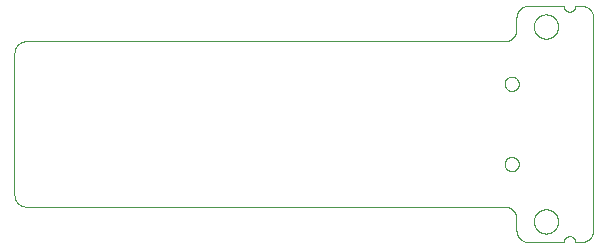
<source format=gbo>
G04 EAGLE Gerber RS-274X export*
G75*
%MOMM*%
%FSLAX34Y34*%
%LPD*%
%INSilk bottom*%
%IPPOS*%
%AMOC8*
5,1,8,0,0,1.08239X$1,22.5*%
G01*
%ADD10C,0.000000*%


D10*
X10000Y170000D02*
X415000Y170000D01*
X415242Y170003D01*
X415483Y170012D01*
X415724Y170026D01*
X415965Y170047D01*
X416205Y170073D01*
X416445Y170105D01*
X416684Y170143D01*
X416921Y170186D01*
X417158Y170236D01*
X417393Y170291D01*
X417627Y170351D01*
X417859Y170418D01*
X418090Y170489D01*
X418319Y170567D01*
X418546Y170650D01*
X418771Y170738D01*
X418994Y170832D01*
X419214Y170931D01*
X419432Y171036D01*
X419647Y171145D01*
X419860Y171260D01*
X420070Y171380D01*
X420276Y171505D01*
X420480Y171635D01*
X420681Y171770D01*
X420878Y171910D01*
X421072Y172054D01*
X421262Y172203D01*
X421448Y172357D01*
X421631Y172515D01*
X421810Y172677D01*
X421985Y172844D01*
X422156Y173015D01*
X422323Y173190D01*
X422485Y173369D01*
X422643Y173552D01*
X422797Y173738D01*
X422946Y173928D01*
X423090Y174122D01*
X423230Y174319D01*
X423365Y174520D01*
X423495Y174724D01*
X423620Y174930D01*
X423740Y175140D01*
X423855Y175353D01*
X423964Y175568D01*
X424069Y175786D01*
X424168Y176006D01*
X424262Y176229D01*
X424350Y176454D01*
X424433Y176681D01*
X424511Y176910D01*
X424582Y177141D01*
X424649Y177373D01*
X424709Y177607D01*
X424764Y177842D01*
X424814Y178079D01*
X424857Y178316D01*
X424895Y178555D01*
X424927Y178795D01*
X424953Y179035D01*
X424974Y179276D01*
X424988Y179517D01*
X424997Y179758D01*
X425000Y180000D01*
X425000Y190000D01*
X10000Y170000D02*
X9758Y169997D01*
X9517Y169988D01*
X9276Y169974D01*
X9035Y169953D01*
X8795Y169927D01*
X8555Y169895D01*
X8316Y169857D01*
X8079Y169814D01*
X7842Y169764D01*
X7607Y169709D01*
X7373Y169649D01*
X7141Y169582D01*
X6910Y169511D01*
X6681Y169433D01*
X6454Y169350D01*
X6229Y169262D01*
X6006Y169168D01*
X5786Y169069D01*
X5568Y168964D01*
X5353Y168855D01*
X5140Y168740D01*
X4930Y168620D01*
X4724Y168495D01*
X4520Y168365D01*
X4319Y168230D01*
X4122Y168090D01*
X3928Y167946D01*
X3738Y167797D01*
X3552Y167643D01*
X3369Y167485D01*
X3190Y167323D01*
X3015Y167156D01*
X2844Y166985D01*
X2677Y166810D01*
X2515Y166631D01*
X2357Y166448D01*
X2203Y166262D01*
X2054Y166072D01*
X1910Y165878D01*
X1770Y165681D01*
X1635Y165480D01*
X1505Y165276D01*
X1380Y165070D01*
X1260Y164860D01*
X1145Y164647D01*
X1036Y164432D01*
X931Y164214D01*
X832Y163994D01*
X738Y163771D01*
X650Y163546D01*
X567Y163319D01*
X489Y163090D01*
X418Y162859D01*
X351Y162627D01*
X291Y162393D01*
X236Y162158D01*
X186Y161921D01*
X143Y161684D01*
X105Y161445D01*
X73Y161205D01*
X47Y160965D01*
X26Y160724D01*
X12Y160483D01*
X3Y160242D01*
X0Y160000D01*
X0Y40000D01*
X3Y39758D01*
X12Y39517D01*
X26Y39276D01*
X47Y39035D01*
X73Y38795D01*
X105Y38555D01*
X143Y38316D01*
X186Y38079D01*
X236Y37842D01*
X291Y37607D01*
X351Y37373D01*
X418Y37141D01*
X489Y36910D01*
X567Y36681D01*
X650Y36454D01*
X738Y36229D01*
X832Y36006D01*
X931Y35786D01*
X1036Y35568D01*
X1145Y35353D01*
X1260Y35140D01*
X1380Y34930D01*
X1505Y34724D01*
X1635Y34520D01*
X1770Y34319D01*
X1910Y34122D01*
X2054Y33928D01*
X2203Y33738D01*
X2357Y33552D01*
X2515Y33369D01*
X2677Y33190D01*
X2844Y33015D01*
X3015Y32844D01*
X3190Y32677D01*
X3369Y32515D01*
X3552Y32357D01*
X3738Y32203D01*
X3928Y32054D01*
X4122Y31910D01*
X4319Y31770D01*
X4520Y31635D01*
X4724Y31505D01*
X4930Y31380D01*
X5140Y31260D01*
X5353Y31145D01*
X5568Y31036D01*
X5786Y30931D01*
X6006Y30832D01*
X6229Y30738D01*
X6454Y30650D01*
X6681Y30567D01*
X6910Y30489D01*
X7141Y30418D01*
X7373Y30351D01*
X7607Y30291D01*
X7842Y30236D01*
X8079Y30186D01*
X8316Y30143D01*
X8555Y30105D01*
X8795Y30073D01*
X9035Y30047D01*
X9276Y30026D01*
X9517Y30012D01*
X9758Y30003D01*
X10000Y30000D01*
X425000Y20000D02*
X425000Y10000D01*
X425000Y20000D02*
X424997Y20242D01*
X424988Y20483D01*
X424974Y20724D01*
X424953Y20965D01*
X424927Y21205D01*
X424895Y21445D01*
X424857Y21684D01*
X424814Y21921D01*
X424764Y22158D01*
X424709Y22393D01*
X424649Y22627D01*
X424582Y22859D01*
X424511Y23090D01*
X424433Y23319D01*
X424350Y23546D01*
X424262Y23771D01*
X424168Y23994D01*
X424069Y24214D01*
X423964Y24432D01*
X423855Y24647D01*
X423740Y24860D01*
X423620Y25070D01*
X423495Y25276D01*
X423365Y25480D01*
X423230Y25681D01*
X423090Y25878D01*
X422946Y26072D01*
X422797Y26262D01*
X422643Y26448D01*
X422485Y26631D01*
X422323Y26810D01*
X422156Y26985D01*
X421985Y27156D01*
X421810Y27323D01*
X421631Y27485D01*
X421448Y27643D01*
X421262Y27797D01*
X421072Y27946D01*
X420878Y28090D01*
X420681Y28230D01*
X420480Y28365D01*
X420276Y28495D01*
X420070Y28620D01*
X419860Y28740D01*
X419647Y28855D01*
X419432Y28964D01*
X419214Y29069D01*
X418994Y29168D01*
X418771Y29262D01*
X418546Y29350D01*
X418319Y29433D01*
X418090Y29511D01*
X417859Y29582D01*
X417627Y29649D01*
X417393Y29709D01*
X417158Y29764D01*
X416921Y29814D01*
X416684Y29857D01*
X416445Y29895D01*
X416205Y29927D01*
X415965Y29953D01*
X415724Y29974D01*
X415483Y29988D01*
X415242Y29997D01*
X415000Y30000D01*
X10000Y30000D01*
X415000Y134000D02*
X415002Y134154D01*
X415008Y134309D01*
X415018Y134463D01*
X415032Y134617D01*
X415050Y134770D01*
X415071Y134923D01*
X415097Y135076D01*
X415127Y135227D01*
X415160Y135378D01*
X415198Y135528D01*
X415239Y135677D01*
X415284Y135825D01*
X415333Y135971D01*
X415386Y136117D01*
X415442Y136260D01*
X415502Y136403D01*
X415566Y136543D01*
X415633Y136683D01*
X415704Y136820D01*
X415778Y136955D01*
X415856Y137089D01*
X415937Y137220D01*
X416022Y137349D01*
X416110Y137477D01*
X416201Y137601D01*
X416295Y137724D01*
X416393Y137844D01*
X416493Y137961D01*
X416597Y138076D01*
X416703Y138188D01*
X416812Y138297D01*
X416924Y138403D01*
X417039Y138507D01*
X417156Y138607D01*
X417276Y138705D01*
X417399Y138799D01*
X417523Y138890D01*
X417651Y138978D01*
X417780Y139063D01*
X417911Y139144D01*
X418045Y139222D01*
X418180Y139296D01*
X418317Y139367D01*
X418457Y139434D01*
X418597Y139498D01*
X418740Y139558D01*
X418883Y139614D01*
X419029Y139667D01*
X419175Y139716D01*
X419323Y139761D01*
X419472Y139802D01*
X419622Y139840D01*
X419773Y139873D01*
X419924Y139903D01*
X420077Y139929D01*
X420230Y139950D01*
X420383Y139968D01*
X420537Y139982D01*
X420691Y139992D01*
X420846Y139998D01*
X421000Y140000D01*
X421154Y139998D01*
X421309Y139992D01*
X421463Y139982D01*
X421617Y139968D01*
X421770Y139950D01*
X421923Y139929D01*
X422076Y139903D01*
X422227Y139873D01*
X422378Y139840D01*
X422528Y139802D01*
X422677Y139761D01*
X422825Y139716D01*
X422971Y139667D01*
X423117Y139614D01*
X423260Y139558D01*
X423403Y139498D01*
X423543Y139434D01*
X423683Y139367D01*
X423820Y139296D01*
X423955Y139222D01*
X424089Y139144D01*
X424220Y139063D01*
X424349Y138978D01*
X424477Y138890D01*
X424601Y138799D01*
X424724Y138705D01*
X424844Y138607D01*
X424961Y138507D01*
X425076Y138403D01*
X425188Y138297D01*
X425297Y138188D01*
X425403Y138076D01*
X425507Y137961D01*
X425607Y137844D01*
X425705Y137724D01*
X425799Y137601D01*
X425890Y137477D01*
X425978Y137349D01*
X426063Y137220D01*
X426144Y137089D01*
X426222Y136955D01*
X426296Y136820D01*
X426367Y136683D01*
X426434Y136543D01*
X426498Y136403D01*
X426558Y136260D01*
X426614Y136117D01*
X426667Y135971D01*
X426716Y135825D01*
X426761Y135677D01*
X426802Y135528D01*
X426840Y135378D01*
X426873Y135227D01*
X426903Y135076D01*
X426929Y134923D01*
X426950Y134770D01*
X426968Y134617D01*
X426982Y134463D01*
X426992Y134309D01*
X426998Y134154D01*
X427000Y134000D01*
X426998Y133846D01*
X426992Y133691D01*
X426982Y133537D01*
X426968Y133383D01*
X426950Y133230D01*
X426929Y133077D01*
X426903Y132924D01*
X426873Y132773D01*
X426840Y132622D01*
X426802Y132472D01*
X426761Y132323D01*
X426716Y132175D01*
X426667Y132029D01*
X426614Y131883D01*
X426558Y131740D01*
X426498Y131597D01*
X426434Y131457D01*
X426367Y131317D01*
X426296Y131180D01*
X426222Y131045D01*
X426144Y130911D01*
X426063Y130780D01*
X425978Y130651D01*
X425890Y130523D01*
X425799Y130399D01*
X425705Y130276D01*
X425607Y130156D01*
X425507Y130039D01*
X425403Y129924D01*
X425297Y129812D01*
X425188Y129703D01*
X425076Y129597D01*
X424961Y129493D01*
X424844Y129393D01*
X424724Y129295D01*
X424601Y129201D01*
X424477Y129110D01*
X424349Y129022D01*
X424220Y128937D01*
X424089Y128856D01*
X423955Y128778D01*
X423820Y128704D01*
X423683Y128633D01*
X423543Y128566D01*
X423403Y128502D01*
X423260Y128442D01*
X423117Y128386D01*
X422971Y128333D01*
X422825Y128284D01*
X422677Y128239D01*
X422528Y128198D01*
X422378Y128160D01*
X422227Y128127D01*
X422076Y128097D01*
X421923Y128071D01*
X421770Y128050D01*
X421617Y128032D01*
X421463Y128018D01*
X421309Y128008D01*
X421154Y128002D01*
X421000Y128000D01*
X420846Y128002D01*
X420691Y128008D01*
X420537Y128018D01*
X420383Y128032D01*
X420230Y128050D01*
X420077Y128071D01*
X419924Y128097D01*
X419773Y128127D01*
X419622Y128160D01*
X419472Y128198D01*
X419323Y128239D01*
X419175Y128284D01*
X419029Y128333D01*
X418883Y128386D01*
X418740Y128442D01*
X418597Y128502D01*
X418457Y128566D01*
X418317Y128633D01*
X418180Y128704D01*
X418045Y128778D01*
X417911Y128856D01*
X417780Y128937D01*
X417651Y129022D01*
X417523Y129110D01*
X417399Y129201D01*
X417276Y129295D01*
X417156Y129393D01*
X417039Y129493D01*
X416924Y129597D01*
X416812Y129703D01*
X416703Y129812D01*
X416597Y129924D01*
X416493Y130039D01*
X416393Y130156D01*
X416295Y130276D01*
X416201Y130399D01*
X416110Y130523D01*
X416022Y130651D01*
X415937Y130780D01*
X415856Y130911D01*
X415778Y131045D01*
X415704Y131180D01*
X415633Y131317D01*
X415566Y131457D01*
X415502Y131597D01*
X415442Y131740D01*
X415386Y131883D01*
X415333Y132029D01*
X415284Y132175D01*
X415239Y132323D01*
X415198Y132472D01*
X415160Y132622D01*
X415127Y132773D01*
X415097Y132924D01*
X415071Y133077D01*
X415050Y133230D01*
X415032Y133383D01*
X415018Y133537D01*
X415008Y133691D01*
X415002Y133846D01*
X415000Y134000D01*
X415000Y66000D02*
X415002Y66154D01*
X415008Y66309D01*
X415018Y66463D01*
X415032Y66617D01*
X415050Y66770D01*
X415071Y66923D01*
X415097Y67076D01*
X415127Y67227D01*
X415160Y67378D01*
X415198Y67528D01*
X415239Y67677D01*
X415284Y67825D01*
X415333Y67971D01*
X415386Y68117D01*
X415442Y68260D01*
X415502Y68403D01*
X415566Y68543D01*
X415633Y68683D01*
X415704Y68820D01*
X415778Y68955D01*
X415856Y69089D01*
X415937Y69220D01*
X416022Y69349D01*
X416110Y69477D01*
X416201Y69601D01*
X416295Y69724D01*
X416393Y69844D01*
X416493Y69961D01*
X416597Y70076D01*
X416703Y70188D01*
X416812Y70297D01*
X416924Y70403D01*
X417039Y70507D01*
X417156Y70607D01*
X417276Y70705D01*
X417399Y70799D01*
X417523Y70890D01*
X417651Y70978D01*
X417780Y71063D01*
X417911Y71144D01*
X418045Y71222D01*
X418180Y71296D01*
X418317Y71367D01*
X418457Y71434D01*
X418597Y71498D01*
X418740Y71558D01*
X418883Y71614D01*
X419029Y71667D01*
X419175Y71716D01*
X419323Y71761D01*
X419472Y71802D01*
X419622Y71840D01*
X419773Y71873D01*
X419924Y71903D01*
X420077Y71929D01*
X420230Y71950D01*
X420383Y71968D01*
X420537Y71982D01*
X420691Y71992D01*
X420846Y71998D01*
X421000Y72000D01*
X421154Y71998D01*
X421309Y71992D01*
X421463Y71982D01*
X421617Y71968D01*
X421770Y71950D01*
X421923Y71929D01*
X422076Y71903D01*
X422227Y71873D01*
X422378Y71840D01*
X422528Y71802D01*
X422677Y71761D01*
X422825Y71716D01*
X422971Y71667D01*
X423117Y71614D01*
X423260Y71558D01*
X423403Y71498D01*
X423543Y71434D01*
X423683Y71367D01*
X423820Y71296D01*
X423955Y71222D01*
X424089Y71144D01*
X424220Y71063D01*
X424349Y70978D01*
X424477Y70890D01*
X424601Y70799D01*
X424724Y70705D01*
X424844Y70607D01*
X424961Y70507D01*
X425076Y70403D01*
X425188Y70297D01*
X425297Y70188D01*
X425403Y70076D01*
X425507Y69961D01*
X425607Y69844D01*
X425705Y69724D01*
X425799Y69601D01*
X425890Y69477D01*
X425978Y69349D01*
X426063Y69220D01*
X426144Y69089D01*
X426222Y68955D01*
X426296Y68820D01*
X426367Y68683D01*
X426434Y68543D01*
X426498Y68403D01*
X426558Y68260D01*
X426614Y68117D01*
X426667Y67971D01*
X426716Y67825D01*
X426761Y67677D01*
X426802Y67528D01*
X426840Y67378D01*
X426873Y67227D01*
X426903Y67076D01*
X426929Y66923D01*
X426950Y66770D01*
X426968Y66617D01*
X426982Y66463D01*
X426992Y66309D01*
X426998Y66154D01*
X427000Y66000D01*
X426998Y65846D01*
X426992Y65691D01*
X426982Y65537D01*
X426968Y65383D01*
X426950Y65230D01*
X426929Y65077D01*
X426903Y64924D01*
X426873Y64773D01*
X426840Y64622D01*
X426802Y64472D01*
X426761Y64323D01*
X426716Y64175D01*
X426667Y64029D01*
X426614Y63883D01*
X426558Y63740D01*
X426498Y63597D01*
X426434Y63457D01*
X426367Y63317D01*
X426296Y63180D01*
X426222Y63045D01*
X426144Y62911D01*
X426063Y62780D01*
X425978Y62651D01*
X425890Y62523D01*
X425799Y62399D01*
X425705Y62276D01*
X425607Y62156D01*
X425507Y62039D01*
X425403Y61924D01*
X425297Y61812D01*
X425188Y61703D01*
X425076Y61597D01*
X424961Y61493D01*
X424844Y61393D01*
X424724Y61295D01*
X424601Y61201D01*
X424477Y61110D01*
X424349Y61022D01*
X424220Y60937D01*
X424089Y60856D01*
X423955Y60778D01*
X423820Y60704D01*
X423683Y60633D01*
X423543Y60566D01*
X423403Y60502D01*
X423260Y60442D01*
X423117Y60386D01*
X422971Y60333D01*
X422825Y60284D01*
X422677Y60239D01*
X422528Y60198D01*
X422378Y60160D01*
X422227Y60127D01*
X422076Y60097D01*
X421923Y60071D01*
X421770Y60050D01*
X421617Y60032D01*
X421463Y60018D01*
X421309Y60008D01*
X421154Y60002D01*
X421000Y60000D01*
X420846Y60002D01*
X420691Y60008D01*
X420537Y60018D01*
X420383Y60032D01*
X420230Y60050D01*
X420077Y60071D01*
X419924Y60097D01*
X419773Y60127D01*
X419622Y60160D01*
X419472Y60198D01*
X419323Y60239D01*
X419175Y60284D01*
X419029Y60333D01*
X418883Y60386D01*
X418740Y60442D01*
X418597Y60502D01*
X418457Y60566D01*
X418317Y60633D01*
X418180Y60704D01*
X418045Y60778D01*
X417911Y60856D01*
X417780Y60937D01*
X417651Y61022D01*
X417523Y61110D01*
X417399Y61201D01*
X417276Y61295D01*
X417156Y61393D01*
X417039Y61493D01*
X416924Y61597D01*
X416812Y61703D01*
X416703Y61812D01*
X416597Y61924D01*
X416493Y62039D01*
X416393Y62156D01*
X416295Y62276D01*
X416201Y62399D01*
X416110Y62523D01*
X416022Y62651D01*
X415937Y62780D01*
X415856Y62911D01*
X415778Y63045D01*
X415704Y63180D01*
X415633Y63317D01*
X415566Y63457D01*
X415502Y63597D01*
X415442Y63740D01*
X415386Y63883D01*
X415333Y64029D01*
X415284Y64175D01*
X415239Y64323D01*
X415198Y64472D01*
X415160Y64622D01*
X415127Y64773D01*
X415097Y64924D01*
X415071Y65077D01*
X415050Y65230D01*
X415032Y65383D01*
X415018Y65537D01*
X415008Y65691D01*
X415002Y65846D01*
X415000Y66000D01*
X425000Y190000D02*
X425003Y190242D01*
X425012Y190483D01*
X425026Y190724D01*
X425047Y190965D01*
X425073Y191205D01*
X425105Y191445D01*
X425143Y191684D01*
X425186Y191921D01*
X425236Y192158D01*
X425291Y192393D01*
X425351Y192627D01*
X425418Y192859D01*
X425489Y193090D01*
X425567Y193319D01*
X425650Y193546D01*
X425738Y193771D01*
X425832Y193994D01*
X425931Y194214D01*
X426036Y194432D01*
X426145Y194647D01*
X426260Y194860D01*
X426380Y195070D01*
X426505Y195276D01*
X426635Y195480D01*
X426770Y195681D01*
X426910Y195878D01*
X427054Y196072D01*
X427203Y196262D01*
X427357Y196448D01*
X427515Y196631D01*
X427677Y196810D01*
X427844Y196985D01*
X428015Y197156D01*
X428190Y197323D01*
X428369Y197485D01*
X428552Y197643D01*
X428738Y197797D01*
X428928Y197946D01*
X429122Y198090D01*
X429319Y198230D01*
X429520Y198365D01*
X429724Y198495D01*
X429930Y198620D01*
X430140Y198740D01*
X430353Y198855D01*
X430568Y198964D01*
X430786Y199069D01*
X431006Y199168D01*
X431229Y199262D01*
X431454Y199350D01*
X431681Y199433D01*
X431910Y199511D01*
X432141Y199582D01*
X432373Y199649D01*
X432607Y199709D01*
X432842Y199764D01*
X433079Y199814D01*
X433316Y199857D01*
X433555Y199895D01*
X433795Y199927D01*
X434035Y199953D01*
X434276Y199974D01*
X434517Y199988D01*
X434758Y199997D01*
X435000Y200000D01*
X465000Y200000D01*
X465002Y199860D01*
X465008Y199720D01*
X465018Y199580D01*
X465031Y199440D01*
X465049Y199301D01*
X465071Y199162D01*
X465096Y199025D01*
X465125Y198887D01*
X465158Y198751D01*
X465195Y198616D01*
X465236Y198482D01*
X465281Y198349D01*
X465329Y198217D01*
X465381Y198087D01*
X465436Y197958D01*
X465495Y197831D01*
X465558Y197705D01*
X465624Y197581D01*
X465693Y197460D01*
X465766Y197340D01*
X465843Y197222D01*
X465922Y197107D01*
X466005Y196993D01*
X466091Y196883D01*
X466180Y196774D01*
X466272Y196668D01*
X466367Y196565D01*
X466464Y196464D01*
X466565Y196367D01*
X466668Y196272D01*
X466774Y196180D01*
X466883Y196091D01*
X466993Y196005D01*
X467107Y195922D01*
X467222Y195843D01*
X467340Y195766D01*
X467460Y195693D01*
X467581Y195624D01*
X467705Y195558D01*
X467831Y195495D01*
X467958Y195436D01*
X468087Y195381D01*
X468217Y195329D01*
X468349Y195281D01*
X468482Y195236D01*
X468616Y195195D01*
X468751Y195158D01*
X468887Y195125D01*
X469025Y195096D01*
X469162Y195071D01*
X469301Y195049D01*
X469440Y195031D01*
X469580Y195018D01*
X469720Y195008D01*
X469860Y195002D01*
X470000Y195000D01*
X470140Y195002D01*
X470280Y195008D01*
X470420Y195018D01*
X470560Y195031D01*
X470699Y195049D01*
X470838Y195071D01*
X470975Y195096D01*
X471113Y195125D01*
X471249Y195158D01*
X471384Y195195D01*
X471518Y195236D01*
X471651Y195281D01*
X471783Y195329D01*
X471913Y195381D01*
X472042Y195436D01*
X472169Y195495D01*
X472295Y195558D01*
X472419Y195624D01*
X472540Y195693D01*
X472660Y195766D01*
X472778Y195843D01*
X472893Y195922D01*
X473007Y196005D01*
X473117Y196091D01*
X473226Y196180D01*
X473332Y196272D01*
X473435Y196367D01*
X473536Y196464D01*
X473633Y196565D01*
X473728Y196668D01*
X473820Y196774D01*
X473909Y196883D01*
X473995Y196993D01*
X474078Y197107D01*
X474157Y197222D01*
X474234Y197340D01*
X474307Y197460D01*
X474376Y197581D01*
X474442Y197705D01*
X474505Y197831D01*
X474564Y197958D01*
X474619Y198087D01*
X474671Y198217D01*
X474719Y198349D01*
X474764Y198482D01*
X474805Y198616D01*
X474842Y198751D01*
X474875Y198887D01*
X474904Y199025D01*
X474929Y199162D01*
X474951Y199301D01*
X474969Y199440D01*
X474982Y199580D01*
X474992Y199720D01*
X474998Y199860D01*
X475000Y200000D01*
X480000Y200000D01*
X480242Y199997D01*
X480483Y199988D01*
X480724Y199974D01*
X480965Y199953D01*
X481205Y199927D01*
X481445Y199895D01*
X481684Y199857D01*
X481921Y199814D01*
X482158Y199764D01*
X482393Y199709D01*
X482627Y199649D01*
X482859Y199582D01*
X483090Y199511D01*
X483319Y199433D01*
X483546Y199350D01*
X483771Y199262D01*
X483994Y199168D01*
X484214Y199069D01*
X484432Y198964D01*
X484647Y198855D01*
X484860Y198740D01*
X485070Y198620D01*
X485276Y198495D01*
X485480Y198365D01*
X485681Y198230D01*
X485878Y198090D01*
X486072Y197946D01*
X486262Y197797D01*
X486448Y197643D01*
X486631Y197485D01*
X486810Y197323D01*
X486985Y197156D01*
X487156Y196985D01*
X487323Y196810D01*
X487485Y196631D01*
X487643Y196448D01*
X487797Y196262D01*
X487946Y196072D01*
X488090Y195878D01*
X488230Y195681D01*
X488365Y195480D01*
X488495Y195276D01*
X488620Y195070D01*
X488740Y194860D01*
X488855Y194647D01*
X488964Y194432D01*
X489069Y194214D01*
X489168Y193994D01*
X489262Y193771D01*
X489350Y193546D01*
X489433Y193319D01*
X489511Y193090D01*
X489582Y192859D01*
X489649Y192627D01*
X489709Y192393D01*
X489764Y192158D01*
X489814Y191921D01*
X489857Y191684D01*
X489895Y191445D01*
X489927Y191205D01*
X489953Y190965D01*
X489974Y190724D01*
X489988Y190483D01*
X489997Y190242D01*
X490000Y190000D01*
X490000Y10000D01*
X489997Y9758D01*
X489988Y9517D01*
X489974Y9276D01*
X489953Y9035D01*
X489927Y8795D01*
X489895Y8555D01*
X489857Y8316D01*
X489814Y8079D01*
X489764Y7842D01*
X489709Y7607D01*
X489649Y7373D01*
X489582Y7141D01*
X489511Y6910D01*
X489433Y6681D01*
X489350Y6454D01*
X489262Y6229D01*
X489168Y6006D01*
X489069Y5786D01*
X488964Y5568D01*
X488855Y5353D01*
X488740Y5140D01*
X488620Y4930D01*
X488495Y4724D01*
X488365Y4520D01*
X488230Y4319D01*
X488090Y4122D01*
X487946Y3928D01*
X487797Y3738D01*
X487643Y3552D01*
X487485Y3369D01*
X487323Y3190D01*
X487156Y3015D01*
X486985Y2844D01*
X486810Y2677D01*
X486631Y2515D01*
X486448Y2357D01*
X486262Y2203D01*
X486072Y2054D01*
X485878Y1910D01*
X485681Y1770D01*
X485480Y1635D01*
X485276Y1505D01*
X485070Y1380D01*
X484860Y1260D01*
X484647Y1145D01*
X484432Y1036D01*
X484214Y931D01*
X483994Y832D01*
X483771Y738D01*
X483546Y650D01*
X483319Y567D01*
X483090Y489D01*
X482859Y418D01*
X482627Y351D01*
X482393Y291D01*
X482158Y236D01*
X481921Y186D01*
X481684Y143D01*
X481445Y105D01*
X481205Y73D01*
X480965Y47D01*
X480724Y26D01*
X480483Y12D01*
X480242Y3D01*
X480000Y0D01*
X475000Y0D01*
X474998Y140D01*
X474992Y280D01*
X474982Y420D01*
X474969Y560D01*
X474951Y699D01*
X474929Y838D01*
X474904Y975D01*
X474875Y1113D01*
X474842Y1249D01*
X474805Y1384D01*
X474764Y1518D01*
X474719Y1651D01*
X474671Y1783D01*
X474619Y1913D01*
X474564Y2042D01*
X474505Y2169D01*
X474442Y2295D01*
X474376Y2419D01*
X474307Y2540D01*
X474234Y2660D01*
X474157Y2778D01*
X474078Y2893D01*
X473995Y3007D01*
X473909Y3117D01*
X473820Y3226D01*
X473728Y3332D01*
X473633Y3435D01*
X473536Y3536D01*
X473435Y3633D01*
X473332Y3728D01*
X473226Y3820D01*
X473117Y3909D01*
X473007Y3995D01*
X472893Y4078D01*
X472778Y4157D01*
X472660Y4234D01*
X472540Y4307D01*
X472419Y4376D01*
X472295Y4442D01*
X472169Y4505D01*
X472042Y4564D01*
X471913Y4619D01*
X471783Y4671D01*
X471651Y4719D01*
X471518Y4764D01*
X471384Y4805D01*
X471249Y4842D01*
X471113Y4875D01*
X470975Y4904D01*
X470838Y4929D01*
X470699Y4951D01*
X470560Y4969D01*
X470420Y4982D01*
X470280Y4992D01*
X470140Y4998D01*
X470000Y5000D01*
X469860Y4998D01*
X469720Y4992D01*
X469580Y4982D01*
X469440Y4969D01*
X469301Y4951D01*
X469162Y4929D01*
X469025Y4904D01*
X468887Y4875D01*
X468751Y4842D01*
X468616Y4805D01*
X468482Y4764D01*
X468349Y4719D01*
X468217Y4671D01*
X468087Y4619D01*
X467958Y4564D01*
X467831Y4505D01*
X467705Y4442D01*
X467581Y4376D01*
X467460Y4307D01*
X467340Y4234D01*
X467222Y4157D01*
X467107Y4078D01*
X466993Y3995D01*
X466883Y3909D01*
X466774Y3820D01*
X466668Y3728D01*
X466565Y3633D01*
X466464Y3536D01*
X466367Y3435D01*
X466272Y3332D01*
X466180Y3226D01*
X466091Y3117D01*
X466005Y3007D01*
X465922Y2893D01*
X465843Y2778D01*
X465766Y2660D01*
X465693Y2540D01*
X465624Y2419D01*
X465558Y2295D01*
X465495Y2169D01*
X465436Y2042D01*
X465381Y1913D01*
X465329Y1783D01*
X465281Y1651D01*
X465236Y1518D01*
X465195Y1384D01*
X465158Y1249D01*
X465125Y1113D01*
X465096Y975D01*
X465071Y838D01*
X465049Y699D01*
X465031Y560D01*
X465018Y420D01*
X465008Y280D01*
X465002Y140D01*
X465000Y0D01*
X435000Y0D01*
X434758Y3D01*
X434517Y12D01*
X434276Y26D01*
X434035Y47D01*
X433795Y73D01*
X433555Y105D01*
X433316Y143D01*
X433079Y186D01*
X432842Y236D01*
X432607Y291D01*
X432373Y351D01*
X432141Y418D01*
X431910Y489D01*
X431681Y567D01*
X431454Y650D01*
X431229Y738D01*
X431006Y832D01*
X430786Y931D01*
X430568Y1036D01*
X430353Y1145D01*
X430140Y1260D01*
X429930Y1380D01*
X429724Y1505D01*
X429520Y1635D01*
X429319Y1770D01*
X429122Y1910D01*
X428928Y2054D01*
X428738Y2203D01*
X428552Y2357D01*
X428369Y2515D01*
X428190Y2677D01*
X428015Y2844D01*
X427844Y3015D01*
X427677Y3190D01*
X427515Y3369D01*
X427357Y3552D01*
X427203Y3738D01*
X427054Y3928D01*
X426910Y4122D01*
X426770Y4319D01*
X426635Y4520D01*
X426505Y4724D01*
X426380Y4930D01*
X426260Y5140D01*
X426145Y5353D01*
X426036Y5568D01*
X425931Y5786D01*
X425832Y6006D01*
X425738Y6229D01*
X425650Y6454D01*
X425567Y6681D01*
X425489Y6910D01*
X425418Y7141D01*
X425351Y7373D01*
X425291Y7607D01*
X425236Y7842D01*
X425186Y8079D01*
X425143Y8316D01*
X425105Y8555D01*
X425073Y8795D01*
X425047Y9035D01*
X425026Y9276D01*
X425012Y9517D01*
X425003Y9758D01*
X425000Y10000D01*
X439750Y17500D02*
X439753Y17752D01*
X439762Y18003D01*
X439778Y18254D01*
X439799Y18505D01*
X439827Y18755D01*
X439861Y19004D01*
X439901Y19252D01*
X439947Y19500D01*
X439999Y19746D01*
X440057Y19991D01*
X440121Y20234D01*
X440191Y20475D01*
X440267Y20715D01*
X440349Y20953D01*
X440437Y21189D01*
X440530Y21423D01*
X440629Y21654D01*
X440734Y21882D01*
X440844Y22109D01*
X440960Y22332D01*
X441082Y22552D01*
X441208Y22770D01*
X441340Y22984D01*
X441477Y23195D01*
X441620Y23402D01*
X441767Y23606D01*
X441919Y23806D01*
X442077Y24003D01*
X442239Y24195D01*
X442405Y24383D01*
X442576Y24568D01*
X442752Y24748D01*
X442932Y24924D01*
X443117Y25095D01*
X443305Y25261D01*
X443497Y25423D01*
X443694Y25581D01*
X443894Y25733D01*
X444098Y25880D01*
X444305Y26023D01*
X444516Y26160D01*
X444730Y26292D01*
X444948Y26418D01*
X445168Y26540D01*
X445391Y26656D01*
X445618Y26766D01*
X445846Y26871D01*
X446077Y26970D01*
X446311Y27063D01*
X446547Y27151D01*
X446785Y27233D01*
X447025Y27309D01*
X447266Y27379D01*
X447509Y27443D01*
X447754Y27501D01*
X448000Y27553D01*
X448248Y27599D01*
X448496Y27639D01*
X448745Y27673D01*
X448995Y27701D01*
X449246Y27722D01*
X449497Y27738D01*
X449748Y27747D01*
X450000Y27750D01*
X450252Y27747D01*
X450503Y27738D01*
X450754Y27722D01*
X451005Y27701D01*
X451255Y27673D01*
X451504Y27639D01*
X451752Y27599D01*
X452000Y27553D01*
X452246Y27501D01*
X452491Y27443D01*
X452734Y27379D01*
X452975Y27309D01*
X453215Y27233D01*
X453453Y27151D01*
X453689Y27063D01*
X453923Y26970D01*
X454154Y26871D01*
X454382Y26766D01*
X454609Y26656D01*
X454832Y26540D01*
X455052Y26418D01*
X455270Y26292D01*
X455484Y26160D01*
X455695Y26023D01*
X455902Y25880D01*
X456106Y25733D01*
X456306Y25581D01*
X456503Y25423D01*
X456695Y25261D01*
X456883Y25095D01*
X457068Y24924D01*
X457248Y24748D01*
X457424Y24568D01*
X457595Y24383D01*
X457761Y24195D01*
X457923Y24003D01*
X458081Y23806D01*
X458233Y23606D01*
X458380Y23402D01*
X458523Y23195D01*
X458660Y22984D01*
X458792Y22770D01*
X458918Y22552D01*
X459040Y22332D01*
X459156Y22109D01*
X459266Y21882D01*
X459371Y21654D01*
X459470Y21423D01*
X459563Y21189D01*
X459651Y20953D01*
X459733Y20715D01*
X459809Y20475D01*
X459879Y20234D01*
X459943Y19991D01*
X460001Y19746D01*
X460053Y19500D01*
X460099Y19252D01*
X460139Y19004D01*
X460173Y18755D01*
X460201Y18505D01*
X460222Y18254D01*
X460238Y18003D01*
X460247Y17752D01*
X460250Y17500D01*
X460247Y17248D01*
X460238Y16997D01*
X460222Y16746D01*
X460201Y16495D01*
X460173Y16245D01*
X460139Y15996D01*
X460099Y15748D01*
X460053Y15500D01*
X460001Y15254D01*
X459943Y15009D01*
X459879Y14766D01*
X459809Y14525D01*
X459733Y14285D01*
X459651Y14047D01*
X459563Y13811D01*
X459470Y13577D01*
X459371Y13346D01*
X459266Y13118D01*
X459156Y12891D01*
X459040Y12668D01*
X458918Y12448D01*
X458792Y12230D01*
X458660Y12016D01*
X458523Y11805D01*
X458380Y11598D01*
X458233Y11394D01*
X458081Y11194D01*
X457923Y10997D01*
X457761Y10805D01*
X457595Y10617D01*
X457424Y10432D01*
X457248Y10252D01*
X457068Y10076D01*
X456883Y9905D01*
X456695Y9739D01*
X456503Y9577D01*
X456306Y9419D01*
X456106Y9267D01*
X455902Y9120D01*
X455695Y8977D01*
X455484Y8840D01*
X455270Y8708D01*
X455052Y8582D01*
X454832Y8460D01*
X454609Y8344D01*
X454382Y8234D01*
X454154Y8129D01*
X453923Y8030D01*
X453689Y7937D01*
X453453Y7849D01*
X453215Y7767D01*
X452975Y7691D01*
X452734Y7621D01*
X452491Y7557D01*
X452246Y7499D01*
X452000Y7447D01*
X451752Y7401D01*
X451504Y7361D01*
X451255Y7327D01*
X451005Y7299D01*
X450754Y7278D01*
X450503Y7262D01*
X450252Y7253D01*
X450000Y7250D01*
X449748Y7253D01*
X449497Y7262D01*
X449246Y7278D01*
X448995Y7299D01*
X448745Y7327D01*
X448496Y7361D01*
X448248Y7401D01*
X448000Y7447D01*
X447754Y7499D01*
X447509Y7557D01*
X447266Y7621D01*
X447025Y7691D01*
X446785Y7767D01*
X446547Y7849D01*
X446311Y7937D01*
X446077Y8030D01*
X445846Y8129D01*
X445618Y8234D01*
X445391Y8344D01*
X445168Y8460D01*
X444948Y8582D01*
X444730Y8708D01*
X444516Y8840D01*
X444305Y8977D01*
X444098Y9120D01*
X443894Y9267D01*
X443694Y9419D01*
X443497Y9577D01*
X443305Y9739D01*
X443117Y9905D01*
X442932Y10076D01*
X442752Y10252D01*
X442576Y10432D01*
X442405Y10617D01*
X442239Y10805D01*
X442077Y10997D01*
X441919Y11194D01*
X441767Y11394D01*
X441620Y11598D01*
X441477Y11805D01*
X441340Y12016D01*
X441208Y12230D01*
X441082Y12448D01*
X440960Y12668D01*
X440844Y12891D01*
X440734Y13118D01*
X440629Y13346D01*
X440530Y13577D01*
X440437Y13811D01*
X440349Y14047D01*
X440267Y14285D01*
X440191Y14525D01*
X440121Y14766D01*
X440057Y15009D01*
X439999Y15254D01*
X439947Y15500D01*
X439901Y15748D01*
X439861Y15996D01*
X439827Y16245D01*
X439799Y16495D01*
X439778Y16746D01*
X439762Y16997D01*
X439753Y17248D01*
X439750Y17500D01*
X439750Y182500D02*
X439753Y182752D01*
X439762Y183003D01*
X439778Y183254D01*
X439799Y183505D01*
X439827Y183755D01*
X439861Y184004D01*
X439901Y184252D01*
X439947Y184500D01*
X439999Y184746D01*
X440057Y184991D01*
X440121Y185234D01*
X440191Y185475D01*
X440267Y185715D01*
X440349Y185953D01*
X440437Y186189D01*
X440530Y186423D01*
X440629Y186654D01*
X440734Y186882D01*
X440844Y187109D01*
X440960Y187332D01*
X441082Y187552D01*
X441208Y187770D01*
X441340Y187984D01*
X441477Y188195D01*
X441620Y188402D01*
X441767Y188606D01*
X441919Y188806D01*
X442077Y189003D01*
X442239Y189195D01*
X442405Y189383D01*
X442576Y189568D01*
X442752Y189748D01*
X442932Y189924D01*
X443117Y190095D01*
X443305Y190261D01*
X443497Y190423D01*
X443694Y190581D01*
X443894Y190733D01*
X444098Y190880D01*
X444305Y191023D01*
X444516Y191160D01*
X444730Y191292D01*
X444948Y191418D01*
X445168Y191540D01*
X445391Y191656D01*
X445618Y191766D01*
X445846Y191871D01*
X446077Y191970D01*
X446311Y192063D01*
X446547Y192151D01*
X446785Y192233D01*
X447025Y192309D01*
X447266Y192379D01*
X447509Y192443D01*
X447754Y192501D01*
X448000Y192553D01*
X448248Y192599D01*
X448496Y192639D01*
X448745Y192673D01*
X448995Y192701D01*
X449246Y192722D01*
X449497Y192738D01*
X449748Y192747D01*
X450000Y192750D01*
X450252Y192747D01*
X450503Y192738D01*
X450754Y192722D01*
X451005Y192701D01*
X451255Y192673D01*
X451504Y192639D01*
X451752Y192599D01*
X452000Y192553D01*
X452246Y192501D01*
X452491Y192443D01*
X452734Y192379D01*
X452975Y192309D01*
X453215Y192233D01*
X453453Y192151D01*
X453689Y192063D01*
X453923Y191970D01*
X454154Y191871D01*
X454382Y191766D01*
X454609Y191656D01*
X454832Y191540D01*
X455052Y191418D01*
X455270Y191292D01*
X455484Y191160D01*
X455695Y191023D01*
X455902Y190880D01*
X456106Y190733D01*
X456306Y190581D01*
X456503Y190423D01*
X456695Y190261D01*
X456883Y190095D01*
X457068Y189924D01*
X457248Y189748D01*
X457424Y189568D01*
X457595Y189383D01*
X457761Y189195D01*
X457923Y189003D01*
X458081Y188806D01*
X458233Y188606D01*
X458380Y188402D01*
X458523Y188195D01*
X458660Y187984D01*
X458792Y187770D01*
X458918Y187552D01*
X459040Y187332D01*
X459156Y187109D01*
X459266Y186882D01*
X459371Y186654D01*
X459470Y186423D01*
X459563Y186189D01*
X459651Y185953D01*
X459733Y185715D01*
X459809Y185475D01*
X459879Y185234D01*
X459943Y184991D01*
X460001Y184746D01*
X460053Y184500D01*
X460099Y184252D01*
X460139Y184004D01*
X460173Y183755D01*
X460201Y183505D01*
X460222Y183254D01*
X460238Y183003D01*
X460247Y182752D01*
X460250Y182500D01*
X460247Y182248D01*
X460238Y181997D01*
X460222Y181746D01*
X460201Y181495D01*
X460173Y181245D01*
X460139Y180996D01*
X460099Y180748D01*
X460053Y180500D01*
X460001Y180254D01*
X459943Y180009D01*
X459879Y179766D01*
X459809Y179525D01*
X459733Y179285D01*
X459651Y179047D01*
X459563Y178811D01*
X459470Y178577D01*
X459371Y178346D01*
X459266Y178118D01*
X459156Y177891D01*
X459040Y177668D01*
X458918Y177448D01*
X458792Y177230D01*
X458660Y177016D01*
X458523Y176805D01*
X458380Y176598D01*
X458233Y176394D01*
X458081Y176194D01*
X457923Y175997D01*
X457761Y175805D01*
X457595Y175617D01*
X457424Y175432D01*
X457248Y175252D01*
X457068Y175076D01*
X456883Y174905D01*
X456695Y174739D01*
X456503Y174577D01*
X456306Y174419D01*
X456106Y174267D01*
X455902Y174120D01*
X455695Y173977D01*
X455484Y173840D01*
X455270Y173708D01*
X455052Y173582D01*
X454832Y173460D01*
X454609Y173344D01*
X454382Y173234D01*
X454154Y173129D01*
X453923Y173030D01*
X453689Y172937D01*
X453453Y172849D01*
X453215Y172767D01*
X452975Y172691D01*
X452734Y172621D01*
X452491Y172557D01*
X452246Y172499D01*
X452000Y172447D01*
X451752Y172401D01*
X451504Y172361D01*
X451255Y172327D01*
X451005Y172299D01*
X450754Y172278D01*
X450503Y172262D01*
X450252Y172253D01*
X450000Y172250D01*
X449748Y172253D01*
X449497Y172262D01*
X449246Y172278D01*
X448995Y172299D01*
X448745Y172327D01*
X448496Y172361D01*
X448248Y172401D01*
X448000Y172447D01*
X447754Y172499D01*
X447509Y172557D01*
X447266Y172621D01*
X447025Y172691D01*
X446785Y172767D01*
X446547Y172849D01*
X446311Y172937D01*
X446077Y173030D01*
X445846Y173129D01*
X445618Y173234D01*
X445391Y173344D01*
X445168Y173460D01*
X444948Y173582D01*
X444730Y173708D01*
X444516Y173840D01*
X444305Y173977D01*
X444098Y174120D01*
X443894Y174267D01*
X443694Y174419D01*
X443497Y174577D01*
X443305Y174739D01*
X443117Y174905D01*
X442932Y175076D01*
X442752Y175252D01*
X442576Y175432D01*
X442405Y175617D01*
X442239Y175805D01*
X442077Y175997D01*
X441919Y176194D01*
X441767Y176394D01*
X441620Y176598D01*
X441477Y176805D01*
X441340Y177016D01*
X441208Y177230D01*
X441082Y177448D01*
X440960Y177668D01*
X440844Y177891D01*
X440734Y178118D01*
X440629Y178346D01*
X440530Y178577D01*
X440437Y178811D01*
X440349Y179047D01*
X440267Y179285D01*
X440191Y179525D01*
X440121Y179766D01*
X440057Y180009D01*
X439999Y180254D01*
X439947Y180500D01*
X439901Y180748D01*
X439861Y180996D01*
X439827Y181245D01*
X439799Y181495D01*
X439778Y181746D01*
X439762Y181997D01*
X439753Y182248D01*
X439750Y182500D01*
M02*

</source>
